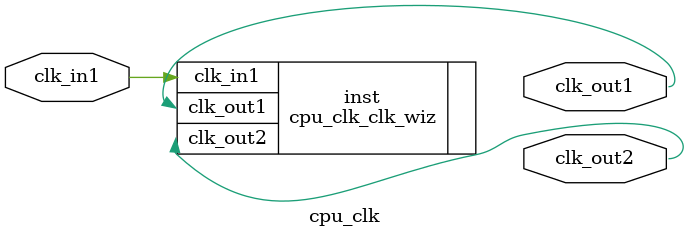
<source format=v>


`timescale 1ps/1ps

(* CORE_GENERATION_INFO = "cpu_clk,clk_wiz_v5_4_3_0,{component_name=cpu_clk,use_phase_alignment=true,use_min_o_jitter=false,use_max_i_jitter=false,use_dyn_phase_shift=false,use_inclk_switchover=false,use_dyn_reconfig=false,enable_axi=0,feedback_source=FDBK_AUTO,PRIMITIVE=PLL,num_out_clk=2,clkin1_period=10.000,clkin2_period=10.000,use_power_down=false,use_reset=false,use_locked=false,use_inclk_stopped=false,feedback_type=SINGLE,CLOCK_MGR_TYPE=NA,manual_override=false}" *)

module cpu_clk 
 (
  // Clock out ports
  output        clk_out1,
  output        clk_out2,
 // Clock in ports
  input         clk_in1
 );

  cpu_clk_clk_wiz inst
  (
  // Clock out ports  
  .clk_out1(clk_out1),
  .clk_out2(clk_out2),
 // Clock in ports
  .clk_in1(clk_in1)
  );

endmodule

</source>
